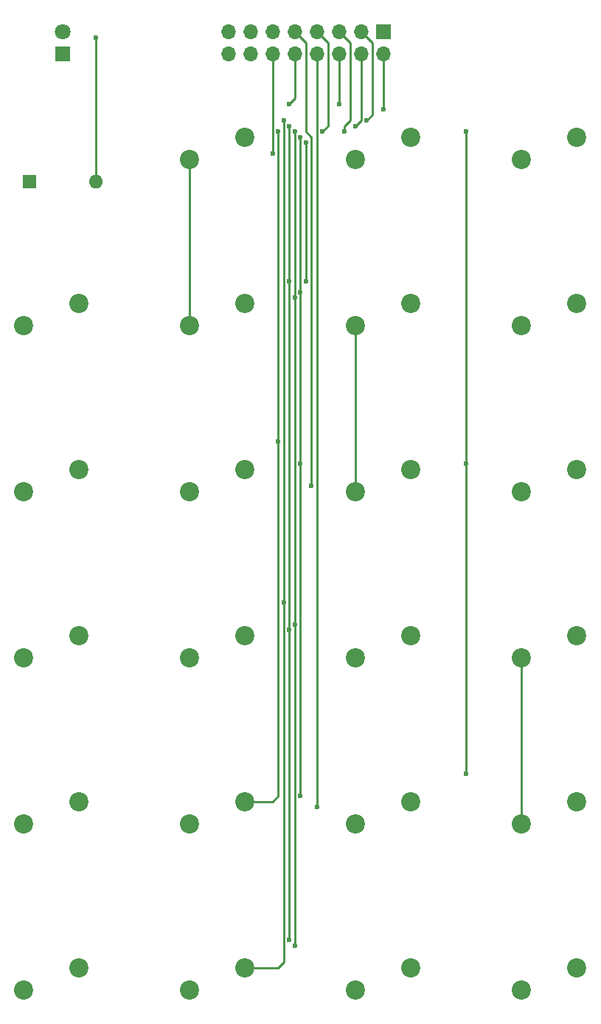
<source format=gbl>
G04 #@! TF.FileFunction,Copper,L2,Bot,Signal*
%FSLAX46Y46*%
G04 Gerber Fmt 4.6, Leading zero omitted, Abs format (unit mm)*
G04 Created by KiCad (PCBNEW 4.0.7) date 10/14/19 15:01:09*
%MOMM*%
%LPD*%
G01*
G04 APERTURE LIST*
%ADD10C,0.100000*%
%ADD11C,2.200000*%
%ADD12R,1.800000X1.800000*%
%ADD13C,1.800000*%
%ADD14R,1.700000X1.700000*%
%ADD15O,1.700000X1.700000*%
%ADD16R,1.600000X1.600000*%
%ADD17O,1.600000X1.600000*%
%ADD18C,0.600000*%
%ADD19C,0.250000*%
G04 APERTURE END LIST*
D10*
D11*
X113665000Y-67310000D03*
X107315000Y-69850000D03*
D12*
X92710000Y-57785000D03*
D13*
X92710000Y-55245000D03*
D14*
X129540000Y-55245000D03*
D15*
X129540000Y-57785000D03*
X127000000Y-55245000D03*
X127000000Y-57785000D03*
X124460000Y-55245000D03*
X124460000Y-57785000D03*
X121920000Y-55245000D03*
X121920000Y-57785000D03*
X119380000Y-55245000D03*
X119380000Y-57785000D03*
X116840000Y-55245000D03*
X116840000Y-57785000D03*
X114300000Y-55245000D03*
X114300000Y-57785000D03*
X111760000Y-55245000D03*
X111760000Y-57785000D03*
D11*
X94615000Y-162560000D03*
X88265000Y-165100000D03*
X151765000Y-143510000D03*
X145415000Y-146050000D03*
X132715000Y-105410000D03*
X126365000Y-107950000D03*
X113665000Y-162560000D03*
X107315000Y-165100000D03*
X94615000Y-124460000D03*
X88265000Y-127000000D03*
X151765000Y-105410000D03*
X145415000Y-107950000D03*
X132715000Y-162560000D03*
X126365000Y-165100000D03*
X113665000Y-124460000D03*
X107315000Y-127000000D03*
X94615000Y-86360000D03*
X88265000Y-88900000D03*
X151765000Y-162560000D03*
X145415000Y-165100000D03*
X132715000Y-124460000D03*
X126365000Y-127000000D03*
X113665000Y-86360000D03*
X107315000Y-88900000D03*
X94615000Y-143510000D03*
X88265000Y-146050000D03*
X151765000Y-124460000D03*
X145415000Y-127000000D03*
X151765000Y-86360000D03*
X145415000Y-88900000D03*
X113665000Y-143510000D03*
X107315000Y-146050000D03*
X94615000Y-105410000D03*
X88265000Y-107950000D03*
X132715000Y-143510000D03*
X126365000Y-146050000D03*
X113665000Y-105410000D03*
X107315000Y-107950000D03*
X132715000Y-86360000D03*
X126365000Y-88900000D03*
X151765000Y-67310000D03*
X145415000Y-69850000D03*
X132715000Y-67310000D03*
X126365000Y-69850000D03*
D16*
X88900000Y-72390000D03*
D17*
X96520000Y-72390000D03*
D18*
X139065000Y-66675000D03*
X139065000Y-104775000D03*
X139065000Y-140335000D03*
X118110000Y-65405000D03*
X118110000Y-120650000D03*
X129540000Y-64135000D03*
X127635000Y-65405000D03*
X118745000Y-66040000D03*
X118745000Y-83820000D03*
X118745000Y-123825000D03*
X118745000Y-159385000D03*
X126365000Y-66040000D03*
X119380000Y-66675000D03*
X119380000Y-85725000D03*
X119380000Y-123190000D03*
X119380000Y-160020000D03*
X120650000Y-67945000D03*
X125095000Y-66675000D03*
X120650000Y-83820000D03*
X124460000Y-63500000D03*
X117475000Y-66675000D03*
X117475000Y-102235000D03*
X122555000Y-66675000D03*
X120015000Y-67310000D03*
X120015000Y-85090000D03*
X120015000Y-104775000D03*
X120015000Y-142875000D03*
X121920000Y-144145000D03*
X121285000Y-107315000D03*
X118745000Y-63500000D03*
X116840000Y-69215000D03*
X96520000Y-55880000D03*
D19*
X139065000Y-104140000D02*
X139065000Y-66675000D01*
X139065000Y-104775000D02*
X139065000Y-104140000D01*
X139065000Y-140335000D02*
X139065000Y-104775000D01*
X118110000Y-120650000D02*
X118110000Y-65405000D01*
X117475000Y-162560000D02*
X118110000Y-161925000D01*
X118110000Y-161925000D02*
X118110000Y-120650000D01*
X129540000Y-64135000D02*
X129540000Y-57785000D01*
X113665000Y-162560000D02*
X117475000Y-162560000D01*
X118745000Y-77470000D02*
X118745000Y-66040000D01*
X118745000Y-83820000D02*
X118745000Y-77470000D01*
X128270000Y-56515000D02*
X127000000Y-55245000D01*
X128270000Y-64770000D02*
X128270000Y-56515000D01*
X127635000Y-65405000D02*
X128270000Y-64770000D01*
X118745000Y-83820000D02*
X118745000Y-123190000D01*
X118745000Y-123190000D02*
X118745000Y-123825000D01*
X118745000Y-159385000D02*
X118745000Y-123825000D01*
X119380000Y-85725000D02*
X119380000Y-66675000D01*
X127000000Y-65405000D02*
X127000000Y-57785000D01*
X126365000Y-66040000D02*
X127000000Y-65405000D01*
X119380000Y-98425000D02*
X119380000Y-85725000D01*
X119380000Y-123190000D02*
X119380000Y-98425000D01*
X119380000Y-160020000D02*
X119380000Y-123190000D01*
X125095000Y-66040000D02*
X125095000Y-66675000D01*
X124460000Y-55245000D02*
X125730000Y-56515000D01*
X120650000Y-67945000D02*
X120650000Y-83820000D01*
X125730000Y-65405000D02*
X125095000Y-66040000D01*
X125730000Y-56515000D02*
X125730000Y-65405000D01*
X124460000Y-63500000D02*
X124460000Y-57785000D01*
X117475000Y-96520000D02*
X117475000Y-66675000D01*
X117475000Y-102235000D02*
X117475000Y-96520000D01*
X113665000Y-143510000D02*
X116840000Y-143510000D01*
X117475000Y-142875000D02*
X117475000Y-102235000D01*
X116840000Y-143510000D02*
X117475000Y-142875000D01*
X120015000Y-83820000D02*
X120015000Y-67310000D01*
X120015000Y-85090000D02*
X120015000Y-83820000D01*
X123190000Y-56515000D02*
X121920000Y-55245000D01*
X123190000Y-66040000D02*
X123190000Y-56515000D01*
X122555000Y-66675000D02*
X123190000Y-66040000D01*
X120015000Y-104775000D02*
X120015000Y-85090000D01*
X120015000Y-120650000D02*
X120015000Y-104775000D01*
X120015000Y-142875000D02*
X120015000Y-120650000D01*
X121920000Y-66040000D02*
X121920000Y-144145000D01*
X121920000Y-66040000D02*
X121920000Y-57785000D01*
X120650000Y-61595000D02*
X120650000Y-66675000D01*
X120650000Y-66675000D02*
X121285000Y-67310000D01*
X121285000Y-107315000D02*
X121285000Y-67310000D01*
X120650000Y-56515000D02*
X119380000Y-55245000D01*
X120650000Y-61595000D02*
X120650000Y-56515000D01*
X145415000Y-146050000D02*
X145415000Y-127000000D01*
X119380000Y-57785000D02*
X119380000Y-62865000D01*
X119380000Y-62865000D02*
X118745000Y-63500000D01*
X126365000Y-107950000D02*
X126365000Y-88900000D01*
X107315000Y-88900000D02*
X107315000Y-69850000D01*
X116840000Y-69215000D02*
X116840000Y-57785000D01*
X96520000Y-55880000D02*
X96520000Y-72390000D01*
M02*

</source>
